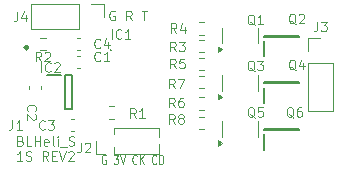
<source format=gbr>
%TF.GenerationSoftware,KiCad,Pcbnew,8.0.4-8.0.4-0~ubuntu20.04.1*%
%TF.CreationDate,2024-08-22T16:05:33+09:00*%
%TF.ProjectId,pcb_blheli_s,7063625f-626c-4686-956c-695f732e6b69,rev?*%
%TF.SameCoordinates,Original*%
%TF.FileFunction,Legend,Top*%
%TF.FilePolarity,Positive*%
%FSLAX46Y46*%
G04 Gerber Fmt 4.6, Leading zero omitted, Abs format (unit mm)*
G04 Created by KiCad (PCBNEW 8.0.4-8.0.4-0~ubuntu20.04.1) date 2024-08-22 16:05:33*
%MOMM*%
%LPD*%
G01*
G04 APERTURE LIST*
%ADD10C,0.100000*%
%ADD11C,0.120000*%
%ADD12C,0.250000*%
%ADD13C,0.200000*%
G04 APERTURE END LIST*
D10*
X121922931Y-109834990D02*
X121865789Y-109796895D01*
X121865789Y-109796895D02*
X121780074Y-109796895D01*
X121780074Y-109796895D02*
X121694360Y-109834990D01*
X121694360Y-109834990D02*
X121637217Y-109911180D01*
X121637217Y-109911180D02*
X121608646Y-109987371D01*
X121608646Y-109987371D02*
X121580074Y-110139752D01*
X121580074Y-110139752D02*
X121580074Y-110254038D01*
X121580074Y-110254038D02*
X121608646Y-110406419D01*
X121608646Y-110406419D02*
X121637217Y-110482609D01*
X121637217Y-110482609D02*
X121694360Y-110558800D01*
X121694360Y-110558800D02*
X121780074Y-110596895D01*
X121780074Y-110596895D02*
X121837217Y-110596895D01*
X121837217Y-110596895D02*
X121922931Y-110558800D01*
X121922931Y-110558800D02*
X121951503Y-110520704D01*
X121951503Y-110520704D02*
X121951503Y-110254038D01*
X121951503Y-110254038D02*
X121837217Y-110254038D01*
X122608646Y-109796895D02*
X122980074Y-109796895D01*
X122980074Y-109796895D02*
X122780074Y-110101657D01*
X122780074Y-110101657D02*
X122865789Y-110101657D01*
X122865789Y-110101657D02*
X122922932Y-110139752D01*
X122922932Y-110139752D02*
X122951503Y-110177847D01*
X122951503Y-110177847D02*
X122980074Y-110254038D01*
X122980074Y-110254038D02*
X122980074Y-110444514D01*
X122980074Y-110444514D02*
X122951503Y-110520704D01*
X122951503Y-110520704D02*
X122922932Y-110558800D01*
X122922932Y-110558800D02*
X122865789Y-110596895D01*
X122865789Y-110596895D02*
X122694360Y-110596895D01*
X122694360Y-110596895D02*
X122637217Y-110558800D01*
X122637217Y-110558800D02*
X122608646Y-110520704D01*
X123151503Y-109796895D02*
X123351503Y-110596895D01*
X123351503Y-110596895D02*
X123551503Y-109796895D01*
X124551504Y-110520704D02*
X124522932Y-110558800D01*
X124522932Y-110558800D02*
X124437218Y-110596895D01*
X124437218Y-110596895D02*
X124380075Y-110596895D01*
X124380075Y-110596895D02*
X124294361Y-110558800D01*
X124294361Y-110558800D02*
X124237218Y-110482609D01*
X124237218Y-110482609D02*
X124208647Y-110406419D01*
X124208647Y-110406419D02*
X124180075Y-110254038D01*
X124180075Y-110254038D02*
X124180075Y-110139752D01*
X124180075Y-110139752D02*
X124208647Y-109987371D01*
X124208647Y-109987371D02*
X124237218Y-109911180D01*
X124237218Y-109911180D02*
X124294361Y-109834990D01*
X124294361Y-109834990D02*
X124380075Y-109796895D01*
X124380075Y-109796895D02*
X124437218Y-109796895D01*
X124437218Y-109796895D02*
X124522932Y-109834990D01*
X124522932Y-109834990D02*
X124551504Y-109873085D01*
X124808647Y-110596895D02*
X124808647Y-109796895D01*
X125151504Y-110596895D02*
X124894361Y-110139752D01*
X125151504Y-109796895D02*
X124808647Y-110254038D01*
X126208647Y-110520704D02*
X126180075Y-110558800D01*
X126180075Y-110558800D02*
X126094361Y-110596895D01*
X126094361Y-110596895D02*
X126037218Y-110596895D01*
X126037218Y-110596895D02*
X125951504Y-110558800D01*
X125951504Y-110558800D02*
X125894361Y-110482609D01*
X125894361Y-110482609D02*
X125865790Y-110406419D01*
X125865790Y-110406419D02*
X125837218Y-110254038D01*
X125837218Y-110254038D02*
X125837218Y-110139752D01*
X125837218Y-110139752D02*
X125865790Y-109987371D01*
X125865790Y-109987371D02*
X125894361Y-109911180D01*
X125894361Y-109911180D02*
X125951504Y-109834990D01*
X125951504Y-109834990D02*
X126037218Y-109796895D01*
X126037218Y-109796895D02*
X126094361Y-109796895D01*
X126094361Y-109796895D02*
X126180075Y-109834990D01*
X126180075Y-109834990D02*
X126208647Y-109873085D01*
X126465790Y-110596895D02*
X126465790Y-109796895D01*
X126465790Y-109796895D02*
X126608647Y-109796895D01*
X126608647Y-109796895D02*
X126694361Y-109834990D01*
X126694361Y-109834990D02*
X126751504Y-109911180D01*
X126751504Y-109911180D02*
X126780075Y-109987371D01*
X126780075Y-109987371D02*
X126808647Y-110139752D01*
X126808647Y-110139752D02*
X126808647Y-110254038D01*
X126808647Y-110254038D02*
X126780075Y-110406419D01*
X126780075Y-110406419D02*
X126751504Y-110482609D01*
X126751504Y-110482609D02*
X126694361Y-110558800D01*
X126694361Y-110558800D02*
X126608647Y-110596895D01*
X126608647Y-110596895D02*
X126465790Y-110596895D01*
X122675312Y-97634990D02*
X122599122Y-97596895D01*
X122599122Y-97596895D02*
X122484836Y-97596895D01*
X122484836Y-97596895D02*
X122370550Y-97634990D01*
X122370550Y-97634990D02*
X122294360Y-97711180D01*
X122294360Y-97711180D02*
X122256265Y-97787371D01*
X122256265Y-97787371D02*
X122218169Y-97939752D01*
X122218169Y-97939752D02*
X122218169Y-98054038D01*
X122218169Y-98054038D02*
X122256265Y-98206419D01*
X122256265Y-98206419D02*
X122294360Y-98282609D01*
X122294360Y-98282609D02*
X122370550Y-98358800D01*
X122370550Y-98358800D02*
X122484836Y-98396895D01*
X122484836Y-98396895D02*
X122561027Y-98396895D01*
X122561027Y-98396895D02*
X122675312Y-98358800D01*
X122675312Y-98358800D02*
X122713408Y-98320704D01*
X122713408Y-98320704D02*
X122713408Y-98054038D01*
X122713408Y-98054038D02*
X122561027Y-98054038D01*
X124122932Y-98396895D02*
X123856265Y-98015942D01*
X123665789Y-98396895D02*
X123665789Y-97596895D01*
X123665789Y-97596895D02*
X123970551Y-97596895D01*
X123970551Y-97596895D02*
X124046741Y-97634990D01*
X124046741Y-97634990D02*
X124084836Y-97673085D01*
X124084836Y-97673085D02*
X124122932Y-97749276D01*
X124122932Y-97749276D02*
X124122932Y-97863561D01*
X124122932Y-97863561D02*
X124084836Y-97939752D01*
X124084836Y-97939752D02*
X124046741Y-97977847D01*
X124046741Y-97977847D02*
X123970551Y-98015942D01*
X123970551Y-98015942D02*
X123665789Y-98015942D01*
X124961027Y-97596895D02*
X125418170Y-97596895D01*
X125189598Y-98396895D02*
X125189598Y-97596895D01*
X114722931Y-108589892D02*
X114837217Y-108627987D01*
X114837217Y-108627987D02*
X114875312Y-108666083D01*
X114875312Y-108666083D02*
X114913408Y-108742273D01*
X114913408Y-108742273D02*
X114913408Y-108856559D01*
X114913408Y-108856559D02*
X114875312Y-108932749D01*
X114875312Y-108932749D02*
X114837217Y-108970845D01*
X114837217Y-108970845D02*
X114761027Y-109008940D01*
X114761027Y-109008940D02*
X114456265Y-109008940D01*
X114456265Y-109008940D02*
X114456265Y-108208940D01*
X114456265Y-108208940D02*
X114722931Y-108208940D01*
X114722931Y-108208940D02*
X114799122Y-108247035D01*
X114799122Y-108247035D02*
X114837217Y-108285130D01*
X114837217Y-108285130D02*
X114875312Y-108361321D01*
X114875312Y-108361321D02*
X114875312Y-108437511D01*
X114875312Y-108437511D02*
X114837217Y-108513702D01*
X114837217Y-108513702D02*
X114799122Y-108551797D01*
X114799122Y-108551797D02*
X114722931Y-108589892D01*
X114722931Y-108589892D02*
X114456265Y-108589892D01*
X115637217Y-109008940D02*
X115256265Y-109008940D01*
X115256265Y-109008940D02*
X115256265Y-108208940D01*
X115903884Y-109008940D02*
X115903884Y-108208940D01*
X115903884Y-108589892D02*
X116361027Y-108589892D01*
X116361027Y-109008940D02*
X116361027Y-108208940D01*
X117046741Y-108970845D02*
X116970550Y-109008940D01*
X116970550Y-109008940D02*
X116818169Y-109008940D01*
X116818169Y-109008940D02*
X116741979Y-108970845D01*
X116741979Y-108970845D02*
X116703883Y-108894654D01*
X116703883Y-108894654D02*
X116703883Y-108589892D01*
X116703883Y-108589892D02*
X116741979Y-108513702D01*
X116741979Y-108513702D02*
X116818169Y-108475606D01*
X116818169Y-108475606D02*
X116970550Y-108475606D01*
X116970550Y-108475606D02*
X117046741Y-108513702D01*
X117046741Y-108513702D02*
X117084836Y-108589892D01*
X117084836Y-108589892D02*
X117084836Y-108666083D01*
X117084836Y-108666083D02*
X116703883Y-108742273D01*
X117541978Y-109008940D02*
X117465788Y-108970845D01*
X117465788Y-108970845D02*
X117427693Y-108894654D01*
X117427693Y-108894654D02*
X117427693Y-108208940D01*
X117846741Y-109008940D02*
X117846741Y-108475606D01*
X117846741Y-108208940D02*
X117808645Y-108247035D01*
X117808645Y-108247035D02*
X117846741Y-108285130D01*
X117846741Y-108285130D02*
X117884836Y-108247035D01*
X117884836Y-108247035D02*
X117846741Y-108208940D01*
X117846741Y-108208940D02*
X117846741Y-108285130D01*
X118037217Y-109085130D02*
X118646740Y-109085130D01*
X118799121Y-108970845D02*
X118913407Y-109008940D01*
X118913407Y-109008940D02*
X119103883Y-109008940D01*
X119103883Y-109008940D02*
X119180074Y-108970845D01*
X119180074Y-108970845D02*
X119218169Y-108932749D01*
X119218169Y-108932749D02*
X119256264Y-108856559D01*
X119256264Y-108856559D02*
X119256264Y-108780368D01*
X119256264Y-108780368D02*
X119218169Y-108704178D01*
X119218169Y-108704178D02*
X119180074Y-108666083D01*
X119180074Y-108666083D02*
X119103883Y-108627987D01*
X119103883Y-108627987D02*
X118951502Y-108589892D01*
X118951502Y-108589892D02*
X118875312Y-108551797D01*
X118875312Y-108551797D02*
X118837217Y-108513702D01*
X118837217Y-108513702D02*
X118799121Y-108437511D01*
X118799121Y-108437511D02*
X118799121Y-108361321D01*
X118799121Y-108361321D02*
X118837217Y-108285130D01*
X118837217Y-108285130D02*
X118875312Y-108247035D01*
X118875312Y-108247035D02*
X118951502Y-108208940D01*
X118951502Y-108208940D02*
X119141979Y-108208940D01*
X119141979Y-108208940D02*
X119256264Y-108247035D01*
X114875312Y-110296895D02*
X114418169Y-110296895D01*
X114646741Y-110296895D02*
X114646741Y-109496895D01*
X114646741Y-109496895D02*
X114570550Y-109611180D01*
X114570550Y-109611180D02*
X114494360Y-109687371D01*
X114494360Y-109687371D02*
X114418169Y-109725466D01*
X115180074Y-110258800D02*
X115294360Y-110296895D01*
X115294360Y-110296895D02*
X115484836Y-110296895D01*
X115484836Y-110296895D02*
X115561027Y-110258800D01*
X115561027Y-110258800D02*
X115599122Y-110220704D01*
X115599122Y-110220704D02*
X115637217Y-110144514D01*
X115637217Y-110144514D02*
X115637217Y-110068323D01*
X115637217Y-110068323D02*
X115599122Y-109992133D01*
X115599122Y-109992133D02*
X115561027Y-109954038D01*
X115561027Y-109954038D02*
X115484836Y-109915942D01*
X115484836Y-109915942D02*
X115332455Y-109877847D01*
X115332455Y-109877847D02*
X115256265Y-109839752D01*
X115256265Y-109839752D02*
X115218170Y-109801657D01*
X115218170Y-109801657D02*
X115180074Y-109725466D01*
X115180074Y-109725466D02*
X115180074Y-109649276D01*
X115180074Y-109649276D02*
X115218170Y-109573085D01*
X115218170Y-109573085D02*
X115256265Y-109534990D01*
X115256265Y-109534990D02*
X115332455Y-109496895D01*
X115332455Y-109496895D02*
X115522932Y-109496895D01*
X115522932Y-109496895D02*
X115637217Y-109534990D01*
X117046742Y-110296895D02*
X116780075Y-109915942D01*
X116589599Y-110296895D02*
X116589599Y-109496895D01*
X116589599Y-109496895D02*
X116894361Y-109496895D01*
X116894361Y-109496895D02*
X116970551Y-109534990D01*
X116970551Y-109534990D02*
X117008646Y-109573085D01*
X117008646Y-109573085D02*
X117046742Y-109649276D01*
X117046742Y-109649276D02*
X117046742Y-109763561D01*
X117046742Y-109763561D02*
X117008646Y-109839752D01*
X117008646Y-109839752D02*
X116970551Y-109877847D01*
X116970551Y-109877847D02*
X116894361Y-109915942D01*
X116894361Y-109915942D02*
X116589599Y-109915942D01*
X117389599Y-109877847D02*
X117656265Y-109877847D01*
X117770551Y-110296895D02*
X117389599Y-110296895D01*
X117389599Y-110296895D02*
X117389599Y-109496895D01*
X117389599Y-109496895D02*
X117770551Y-109496895D01*
X117999123Y-109496895D02*
X118265790Y-110296895D01*
X118265790Y-110296895D02*
X118532456Y-109496895D01*
X118761027Y-109573085D02*
X118799123Y-109534990D01*
X118799123Y-109534990D02*
X118875313Y-109496895D01*
X118875313Y-109496895D02*
X119065789Y-109496895D01*
X119065789Y-109496895D02*
X119141980Y-109534990D01*
X119141980Y-109534990D02*
X119180075Y-109573085D01*
X119180075Y-109573085D02*
X119218170Y-109649276D01*
X119218170Y-109649276D02*
X119218170Y-109725466D01*
X119218170Y-109725466D02*
X119180075Y-109839752D01*
X119180075Y-109839752D02*
X118722932Y-110296895D01*
X118722932Y-110296895D02*
X119218170Y-110296895D01*
D11*
X121466667Y-100687664D02*
X121428571Y-100725760D01*
X121428571Y-100725760D02*
X121314286Y-100763855D01*
X121314286Y-100763855D02*
X121238095Y-100763855D01*
X121238095Y-100763855D02*
X121123809Y-100725760D01*
X121123809Y-100725760D02*
X121047619Y-100649569D01*
X121047619Y-100649569D02*
X121009524Y-100573379D01*
X121009524Y-100573379D02*
X120971428Y-100420998D01*
X120971428Y-100420998D02*
X120971428Y-100306712D01*
X120971428Y-100306712D02*
X121009524Y-100154331D01*
X121009524Y-100154331D02*
X121047619Y-100078140D01*
X121047619Y-100078140D02*
X121123809Y-100001950D01*
X121123809Y-100001950D02*
X121238095Y-99963855D01*
X121238095Y-99963855D02*
X121314286Y-99963855D01*
X121314286Y-99963855D02*
X121428571Y-100001950D01*
X121428571Y-100001950D02*
X121466667Y-100040045D01*
X122152381Y-100230521D02*
X122152381Y-100763855D01*
X121961905Y-99925760D02*
X121771428Y-100497188D01*
X121771428Y-100497188D02*
X122266667Y-100497188D01*
X114029833Y-106873855D02*
X114029833Y-107445283D01*
X114029833Y-107445283D02*
X113991738Y-107559569D01*
X113991738Y-107559569D02*
X113915547Y-107635760D01*
X113915547Y-107635760D02*
X113801262Y-107673855D01*
X113801262Y-107673855D02*
X113725071Y-107673855D01*
X114829833Y-107673855D02*
X114372690Y-107673855D01*
X114601262Y-107673855D02*
X114601262Y-106873855D01*
X114601262Y-106873855D02*
X114525071Y-106988140D01*
X114525071Y-106988140D02*
X114448881Y-107064331D01*
X114448881Y-107064331D02*
X114372690Y-107102426D01*
X127766667Y-105763855D02*
X127500000Y-105382902D01*
X127309524Y-105763855D02*
X127309524Y-104963855D01*
X127309524Y-104963855D02*
X127614286Y-104963855D01*
X127614286Y-104963855D02*
X127690476Y-105001950D01*
X127690476Y-105001950D02*
X127728571Y-105040045D01*
X127728571Y-105040045D02*
X127766667Y-105116236D01*
X127766667Y-105116236D02*
X127766667Y-105230521D01*
X127766667Y-105230521D02*
X127728571Y-105306712D01*
X127728571Y-105306712D02*
X127690476Y-105344807D01*
X127690476Y-105344807D02*
X127614286Y-105382902D01*
X127614286Y-105382902D02*
X127309524Y-105382902D01*
X128452381Y-104963855D02*
X128300000Y-104963855D01*
X128300000Y-104963855D02*
X128223809Y-105001950D01*
X128223809Y-105001950D02*
X128185714Y-105040045D01*
X128185714Y-105040045D02*
X128109524Y-105154331D01*
X128109524Y-105154331D02*
X128071428Y-105306712D01*
X128071428Y-105306712D02*
X128071428Y-105611474D01*
X128071428Y-105611474D02*
X128109524Y-105687664D01*
X128109524Y-105687664D02*
X128147619Y-105725760D01*
X128147619Y-105725760D02*
X128223809Y-105763855D01*
X128223809Y-105763855D02*
X128376190Y-105763855D01*
X128376190Y-105763855D02*
X128452381Y-105725760D01*
X128452381Y-105725760D02*
X128490476Y-105687664D01*
X128490476Y-105687664D02*
X128528571Y-105611474D01*
X128528571Y-105611474D02*
X128528571Y-105420998D01*
X128528571Y-105420998D02*
X128490476Y-105344807D01*
X128490476Y-105344807D02*
X128452381Y-105306712D01*
X128452381Y-105306712D02*
X128376190Y-105268617D01*
X128376190Y-105268617D02*
X128223809Y-105268617D01*
X128223809Y-105268617D02*
X128147619Y-105306712D01*
X128147619Y-105306712D02*
X128109524Y-105344807D01*
X128109524Y-105344807D02*
X128071428Y-105420998D01*
X127766667Y-107163855D02*
X127500000Y-106782902D01*
X127309524Y-107163855D02*
X127309524Y-106363855D01*
X127309524Y-106363855D02*
X127614286Y-106363855D01*
X127614286Y-106363855D02*
X127690476Y-106401950D01*
X127690476Y-106401950D02*
X127728571Y-106440045D01*
X127728571Y-106440045D02*
X127766667Y-106516236D01*
X127766667Y-106516236D02*
X127766667Y-106630521D01*
X127766667Y-106630521D02*
X127728571Y-106706712D01*
X127728571Y-106706712D02*
X127690476Y-106744807D01*
X127690476Y-106744807D02*
X127614286Y-106782902D01*
X127614286Y-106782902D02*
X127309524Y-106782902D01*
X128223809Y-106706712D02*
X128147619Y-106668617D01*
X128147619Y-106668617D02*
X128109524Y-106630521D01*
X128109524Y-106630521D02*
X128071428Y-106554331D01*
X128071428Y-106554331D02*
X128071428Y-106516236D01*
X128071428Y-106516236D02*
X128109524Y-106440045D01*
X128109524Y-106440045D02*
X128147619Y-106401950D01*
X128147619Y-106401950D02*
X128223809Y-106363855D01*
X128223809Y-106363855D02*
X128376190Y-106363855D01*
X128376190Y-106363855D02*
X128452381Y-106401950D01*
X128452381Y-106401950D02*
X128490476Y-106440045D01*
X128490476Y-106440045D02*
X128528571Y-106516236D01*
X128528571Y-106516236D02*
X128528571Y-106554331D01*
X128528571Y-106554331D02*
X128490476Y-106630521D01*
X128490476Y-106630521D02*
X128452381Y-106668617D01*
X128452381Y-106668617D02*
X128376190Y-106706712D01*
X128376190Y-106706712D02*
X128223809Y-106706712D01*
X128223809Y-106706712D02*
X128147619Y-106744807D01*
X128147619Y-106744807D02*
X128109524Y-106782902D01*
X128109524Y-106782902D02*
X128071428Y-106859093D01*
X128071428Y-106859093D02*
X128071428Y-107011474D01*
X128071428Y-107011474D02*
X128109524Y-107087664D01*
X128109524Y-107087664D02*
X128147619Y-107125760D01*
X128147619Y-107125760D02*
X128223809Y-107163855D01*
X128223809Y-107163855D02*
X128376190Y-107163855D01*
X128376190Y-107163855D02*
X128452381Y-107125760D01*
X128452381Y-107125760D02*
X128490476Y-107087664D01*
X128490476Y-107087664D02*
X128528571Y-107011474D01*
X128528571Y-107011474D02*
X128528571Y-106859093D01*
X128528571Y-106859093D02*
X128490476Y-106782902D01*
X128490476Y-106782902D02*
X128452381Y-106744807D01*
X128452381Y-106744807D02*
X128376190Y-106706712D01*
X138023809Y-98740045D02*
X137947619Y-98701950D01*
X137947619Y-98701950D02*
X137871428Y-98625760D01*
X137871428Y-98625760D02*
X137757142Y-98511474D01*
X137757142Y-98511474D02*
X137680952Y-98473379D01*
X137680952Y-98473379D02*
X137604761Y-98473379D01*
X137642857Y-98663855D02*
X137566666Y-98625760D01*
X137566666Y-98625760D02*
X137490476Y-98549569D01*
X137490476Y-98549569D02*
X137452380Y-98397188D01*
X137452380Y-98397188D02*
X137452380Y-98130521D01*
X137452380Y-98130521D02*
X137490476Y-97978140D01*
X137490476Y-97978140D02*
X137566666Y-97901950D01*
X137566666Y-97901950D02*
X137642857Y-97863855D01*
X137642857Y-97863855D02*
X137795238Y-97863855D01*
X137795238Y-97863855D02*
X137871428Y-97901950D01*
X137871428Y-97901950D02*
X137947619Y-97978140D01*
X137947619Y-97978140D02*
X137985714Y-98130521D01*
X137985714Y-98130521D02*
X137985714Y-98397188D01*
X137985714Y-98397188D02*
X137947619Y-98549569D01*
X137947619Y-98549569D02*
X137871428Y-98625760D01*
X137871428Y-98625760D02*
X137795238Y-98663855D01*
X137795238Y-98663855D02*
X137642857Y-98663855D01*
X138290475Y-97940045D02*
X138328571Y-97901950D01*
X138328571Y-97901950D02*
X138404761Y-97863855D01*
X138404761Y-97863855D02*
X138595237Y-97863855D01*
X138595237Y-97863855D02*
X138671428Y-97901950D01*
X138671428Y-97901950D02*
X138709523Y-97940045D01*
X138709523Y-97940045D02*
X138747618Y-98016236D01*
X138747618Y-98016236D02*
X138747618Y-98092426D01*
X138747618Y-98092426D02*
X138709523Y-98206712D01*
X138709523Y-98206712D02*
X138252380Y-98663855D01*
X138252380Y-98663855D02*
X138747618Y-98663855D01*
X115312335Y-106066667D02*
X115274240Y-106028571D01*
X115274240Y-106028571D02*
X115236144Y-105914286D01*
X115236144Y-105914286D02*
X115236144Y-105838095D01*
X115236144Y-105838095D02*
X115274240Y-105723809D01*
X115274240Y-105723809D02*
X115350430Y-105647619D01*
X115350430Y-105647619D02*
X115426620Y-105609524D01*
X115426620Y-105609524D02*
X115579001Y-105571428D01*
X115579001Y-105571428D02*
X115693287Y-105571428D01*
X115693287Y-105571428D02*
X115845668Y-105609524D01*
X115845668Y-105609524D02*
X115921859Y-105647619D01*
X115921859Y-105647619D02*
X115998049Y-105723809D01*
X115998049Y-105723809D02*
X116036144Y-105838095D01*
X116036144Y-105838095D02*
X116036144Y-105914286D01*
X116036144Y-105914286D02*
X115998049Y-106028571D01*
X115998049Y-106028571D02*
X115959954Y-106066667D01*
X115959954Y-106371428D02*
X115998049Y-106409524D01*
X115998049Y-106409524D02*
X116036144Y-106485714D01*
X116036144Y-106485714D02*
X116036144Y-106676190D01*
X116036144Y-106676190D02*
X115998049Y-106752381D01*
X115998049Y-106752381D02*
X115959954Y-106790476D01*
X115959954Y-106790476D02*
X115883763Y-106828571D01*
X115883763Y-106828571D02*
X115807573Y-106828571D01*
X115807573Y-106828571D02*
X115693287Y-106790476D01*
X115693287Y-106790476D02*
X115236144Y-106333333D01*
X115236144Y-106333333D02*
X115236144Y-106828571D01*
X121466667Y-101787664D02*
X121428571Y-101825760D01*
X121428571Y-101825760D02*
X121314286Y-101863855D01*
X121314286Y-101863855D02*
X121238095Y-101863855D01*
X121238095Y-101863855D02*
X121123809Y-101825760D01*
X121123809Y-101825760D02*
X121047619Y-101749569D01*
X121047619Y-101749569D02*
X121009524Y-101673379D01*
X121009524Y-101673379D02*
X120971428Y-101520998D01*
X120971428Y-101520998D02*
X120971428Y-101406712D01*
X120971428Y-101406712D02*
X121009524Y-101254331D01*
X121009524Y-101254331D02*
X121047619Y-101178140D01*
X121047619Y-101178140D02*
X121123809Y-101101950D01*
X121123809Y-101101950D02*
X121238095Y-101063855D01*
X121238095Y-101063855D02*
X121314286Y-101063855D01*
X121314286Y-101063855D02*
X121428571Y-101101950D01*
X121428571Y-101101950D02*
X121466667Y-101140045D01*
X122228571Y-101863855D02*
X121771428Y-101863855D01*
X122000000Y-101863855D02*
X122000000Y-101063855D01*
X122000000Y-101063855D02*
X121923809Y-101178140D01*
X121923809Y-101178140D02*
X121847619Y-101254331D01*
X121847619Y-101254331D02*
X121771428Y-101292426D01*
X116766667Y-107587664D02*
X116728571Y-107625760D01*
X116728571Y-107625760D02*
X116614286Y-107663855D01*
X116614286Y-107663855D02*
X116538095Y-107663855D01*
X116538095Y-107663855D02*
X116423809Y-107625760D01*
X116423809Y-107625760D02*
X116347619Y-107549569D01*
X116347619Y-107549569D02*
X116309524Y-107473379D01*
X116309524Y-107473379D02*
X116271428Y-107320998D01*
X116271428Y-107320998D02*
X116271428Y-107206712D01*
X116271428Y-107206712D02*
X116309524Y-107054331D01*
X116309524Y-107054331D02*
X116347619Y-106978140D01*
X116347619Y-106978140D02*
X116423809Y-106901950D01*
X116423809Y-106901950D02*
X116538095Y-106863855D01*
X116538095Y-106863855D02*
X116614286Y-106863855D01*
X116614286Y-106863855D02*
X116728571Y-106901950D01*
X116728571Y-106901950D02*
X116766667Y-106940045D01*
X117033333Y-106863855D02*
X117528571Y-106863855D01*
X117528571Y-106863855D02*
X117261905Y-107168617D01*
X117261905Y-107168617D02*
X117376190Y-107168617D01*
X117376190Y-107168617D02*
X117452381Y-107206712D01*
X117452381Y-107206712D02*
X117490476Y-107244807D01*
X117490476Y-107244807D02*
X117528571Y-107320998D01*
X117528571Y-107320998D02*
X117528571Y-107511474D01*
X117528571Y-107511474D02*
X117490476Y-107587664D01*
X117490476Y-107587664D02*
X117452381Y-107625760D01*
X117452381Y-107625760D02*
X117376190Y-107663855D01*
X117376190Y-107663855D02*
X117147619Y-107663855D01*
X117147619Y-107663855D02*
X117071428Y-107625760D01*
X117071428Y-107625760D02*
X117033333Y-107587664D01*
X122419048Y-99963855D02*
X122419048Y-99163855D01*
X123257143Y-99887664D02*
X123219047Y-99925760D01*
X123219047Y-99925760D02*
X123104762Y-99963855D01*
X123104762Y-99963855D02*
X123028571Y-99963855D01*
X123028571Y-99963855D02*
X122914285Y-99925760D01*
X122914285Y-99925760D02*
X122838095Y-99849569D01*
X122838095Y-99849569D02*
X122800000Y-99773379D01*
X122800000Y-99773379D02*
X122761904Y-99620998D01*
X122761904Y-99620998D02*
X122761904Y-99506712D01*
X122761904Y-99506712D02*
X122800000Y-99354331D01*
X122800000Y-99354331D02*
X122838095Y-99278140D01*
X122838095Y-99278140D02*
X122914285Y-99201950D01*
X122914285Y-99201950D02*
X123028571Y-99163855D01*
X123028571Y-99163855D02*
X123104762Y-99163855D01*
X123104762Y-99163855D02*
X123219047Y-99201950D01*
X123219047Y-99201950D02*
X123257143Y-99240045D01*
X124019047Y-99963855D02*
X123561904Y-99963855D01*
X123790476Y-99963855D02*
X123790476Y-99163855D01*
X123790476Y-99163855D02*
X123714285Y-99278140D01*
X123714285Y-99278140D02*
X123638095Y-99354331D01*
X123638095Y-99354331D02*
X123561904Y-99392426D01*
X127866667Y-101013855D02*
X127600000Y-100632902D01*
X127409524Y-101013855D02*
X127409524Y-100213855D01*
X127409524Y-100213855D02*
X127714286Y-100213855D01*
X127714286Y-100213855D02*
X127790476Y-100251950D01*
X127790476Y-100251950D02*
X127828571Y-100290045D01*
X127828571Y-100290045D02*
X127866667Y-100366236D01*
X127866667Y-100366236D02*
X127866667Y-100480521D01*
X127866667Y-100480521D02*
X127828571Y-100556712D01*
X127828571Y-100556712D02*
X127790476Y-100594807D01*
X127790476Y-100594807D02*
X127714286Y-100632902D01*
X127714286Y-100632902D02*
X127409524Y-100632902D01*
X128133333Y-100213855D02*
X128628571Y-100213855D01*
X128628571Y-100213855D02*
X128361905Y-100518617D01*
X128361905Y-100518617D02*
X128476190Y-100518617D01*
X128476190Y-100518617D02*
X128552381Y-100556712D01*
X128552381Y-100556712D02*
X128590476Y-100594807D01*
X128590476Y-100594807D02*
X128628571Y-100670998D01*
X128628571Y-100670998D02*
X128628571Y-100861474D01*
X128628571Y-100861474D02*
X128590476Y-100937664D01*
X128590476Y-100937664D02*
X128552381Y-100975760D01*
X128552381Y-100975760D02*
X128476190Y-101013855D01*
X128476190Y-101013855D02*
X128247619Y-101013855D01*
X128247619Y-101013855D02*
X128171428Y-100975760D01*
X128171428Y-100975760D02*
X128133333Y-100937664D01*
X127866667Y-102463855D02*
X127600000Y-102082902D01*
X127409524Y-102463855D02*
X127409524Y-101663855D01*
X127409524Y-101663855D02*
X127714286Y-101663855D01*
X127714286Y-101663855D02*
X127790476Y-101701950D01*
X127790476Y-101701950D02*
X127828571Y-101740045D01*
X127828571Y-101740045D02*
X127866667Y-101816236D01*
X127866667Y-101816236D02*
X127866667Y-101930521D01*
X127866667Y-101930521D02*
X127828571Y-102006712D01*
X127828571Y-102006712D02*
X127790476Y-102044807D01*
X127790476Y-102044807D02*
X127714286Y-102082902D01*
X127714286Y-102082902D02*
X127409524Y-102082902D01*
X128590476Y-101663855D02*
X128209524Y-101663855D01*
X128209524Y-101663855D02*
X128171428Y-102044807D01*
X128171428Y-102044807D02*
X128209524Y-102006712D01*
X128209524Y-102006712D02*
X128285714Y-101968617D01*
X128285714Y-101968617D02*
X128476190Y-101968617D01*
X128476190Y-101968617D02*
X128552381Y-102006712D01*
X128552381Y-102006712D02*
X128590476Y-102044807D01*
X128590476Y-102044807D02*
X128628571Y-102120998D01*
X128628571Y-102120998D02*
X128628571Y-102311474D01*
X128628571Y-102311474D02*
X128590476Y-102387664D01*
X128590476Y-102387664D02*
X128552381Y-102425760D01*
X128552381Y-102425760D02*
X128476190Y-102463855D01*
X128476190Y-102463855D02*
X128285714Y-102463855D01*
X128285714Y-102463855D02*
X128209524Y-102425760D01*
X128209524Y-102425760D02*
X128171428Y-102387664D01*
X116419048Y-102763855D02*
X116419048Y-101963855D01*
X117257143Y-102687664D02*
X117219047Y-102725760D01*
X117219047Y-102725760D02*
X117104762Y-102763855D01*
X117104762Y-102763855D02*
X117028571Y-102763855D01*
X117028571Y-102763855D02*
X116914285Y-102725760D01*
X116914285Y-102725760D02*
X116838095Y-102649569D01*
X116838095Y-102649569D02*
X116800000Y-102573379D01*
X116800000Y-102573379D02*
X116761904Y-102420998D01*
X116761904Y-102420998D02*
X116761904Y-102306712D01*
X116761904Y-102306712D02*
X116800000Y-102154331D01*
X116800000Y-102154331D02*
X116838095Y-102078140D01*
X116838095Y-102078140D02*
X116914285Y-102001950D01*
X116914285Y-102001950D02*
X117028571Y-101963855D01*
X117028571Y-101963855D02*
X117104762Y-101963855D01*
X117104762Y-101963855D02*
X117219047Y-102001950D01*
X117219047Y-102001950D02*
X117257143Y-102040045D01*
X117561904Y-102040045D02*
X117600000Y-102001950D01*
X117600000Y-102001950D02*
X117676190Y-101963855D01*
X117676190Y-101963855D02*
X117866666Y-101963855D01*
X117866666Y-101963855D02*
X117942857Y-102001950D01*
X117942857Y-102001950D02*
X117980952Y-102040045D01*
X117980952Y-102040045D02*
X118019047Y-102116236D01*
X118019047Y-102116236D02*
X118019047Y-102192426D01*
X118019047Y-102192426D02*
X117980952Y-102306712D01*
X117980952Y-102306712D02*
X117523809Y-102763855D01*
X117523809Y-102763855D02*
X118019047Y-102763855D01*
X127766667Y-104163855D02*
X127500000Y-103782902D01*
X127309524Y-104163855D02*
X127309524Y-103363855D01*
X127309524Y-103363855D02*
X127614286Y-103363855D01*
X127614286Y-103363855D02*
X127690476Y-103401950D01*
X127690476Y-103401950D02*
X127728571Y-103440045D01*
X127728571Y-103440045D02*
X127766667Y-103516236D01*
X127766667Y-103516236D02*
X127766667Y-103630521D01*
X127766667Y-103630521D02*
X127728571Y-103706712D01*
X127728571Y-103706712D02*
X127690476Y-103744807D01*
X127690476Y-103744807D02*
X127614286Y-103782902D01*
X127614286Y-103782902D02*
X127309524Y-103782902D01*
X128033333Y-103363855D02*
X128566667Y-103363855D01*
X128566667Y-103363855D02*
X128223809Y-104163855D01*
X119833333Y-108763855D02*
X119833333Y-109335283D01*
X119833333Y-109335283D02*
X119795238Y-109449569D01*
X119795238Y-109449569D02*
X119719047Y-109525760D01*
X119719047Y-109525760D02*
X119604762Y-109563855D01*
X119604762Y-109563855D02*
X119528571Y-109563855D01*
X120176190Y-108840045D02*
X120214286Y-108801950D01*
X120214286Y-108801950D02*
X120290476Y-108763855D01*
X120290476Y-108763855D02*
X120480952Y-108763855D01*
X120480952Y-108763855D02*
X120557143Y-108801950D01*
X120557143Y-108801950D02*
X120595238Y-108840045D01*
X120595238Y-108840045D02*
X120633333Y-108916236D01*
X120633333Y-108916236D02*
X120633333Y-108992426D01*
X120633333Y-108992426D02*
X120595238Y-109106712D01*
X120595238Y-109106712D02*
X120138095Y-109563855D01*
X120138095Y-109563855D02*
X120633333Y-109563855D01*
X134523809Y-98790045D02*
X134447619Y-98751950D01*
X134447619Y-98751950D02*
X134371428Y-98675760D01*
X134371428Y-98675760D02*
X134257142Y-98561474D01*
X134257142Y-98561474D02*
X134180952Y-98523379D01*
X134180952Y-98523379D02*
X134104761Y-98523379D01*
X134142857Y-98713855D02*
X134066666Y-98675760D01*
X134066666Y-98675760D02*
X133990476Y-98599569D01*
X133990476Y-98599569D02*
X133952380Y-98447188D01*
X133952380Y-98447188D02*
X133952380Y-98180521D01*
X133952380Y-98180521D02*
X133990476Y-98028140D01*
X133990476Y-98028140D02*
X134066666Y-97951950D01*
X134066666Y-97951950D02*
X134142857Y-97913855D01*
X134142857Y-97913855D02*
X134295238Y-97913855D01*
X134295238Y-97913855D02*
X134371428Y-97951950D01*
X134371428Y-97951950D02*
X134447619Y-98028140D01*
X134447619Y-98028140D02*
X134485714Y-98180521D01*
X134485714Y-98180521D02*
X134485714Y-98447188D01*
X134485714Y-98447188D02*
X134447619Y-98599569D01*
X134447619Y-98599569D02*
X134371428Y-98675760D01*
X134371428Y-98675760D02*
X134295238Y-98713855D01*
X134295238Y-98713855D02*
X134142857Y-98713855D01*
X135247618Y-98713855D02*
X134790475Y-98713855D01*
X135019047Y-98713855D02*
X135019047Y-97913855D01*
X135019047Y-97913855D02*
X134942856Y-98028140D01*
X134942856Y-98028140D02*
X134866666Y-98104331D01*
X134866666Y-98104331D02*
X134790475Y-98142426D01*
X138023809Y-102640045D02*
X137947619Y-102601950D01*
X137947619Y-102601950D02*
X137871428Y-102525760D01*
X137871428Y-102525760D02*
X137757142Y-102411474D01*
X137757142Y-102411474D02*
X137680952Y-102373379D01*
X137680952Y-102373379D02*
X137604761Y-102373379D01*
X137642857Y-102563855D02*
X137566666Y-102525760D01*
X137566666Y-102525760D02*
X137490476Y-102449569D01*
X137490476Y-102449569D02*
X137452380Y-102297188D01*
X137452380Y-102297188D02*
X137452380Y-102030521D01*
X137452380Y-102030521D02*
X137490476Y-101878140D01*
X137490476Y-101878140D02*
X137566666Y-101801950D01*
X137566666Y-101801950D02*
X137642857Y-101763855D01*
X137642857Y-101763855D02*
X137795238Y-101763855D01*
X137795238Y-101763855D02*
X137871428Y-101801950D01*
X137871428Y-101801950D02*
X137947619Y-101878140D01*
X137947619Y-101878140D02*
X137985714Y-102030521D01*
X137985714Y-102030521D02*
X137985714Y-102297188D01*
X137985714Y-102297188D02*
X137947619Y-102449569D01*
X137947619Y-102449569D02*
X137871428Y-102525760D01*
X137871428Y-102525760D02*
X137795238Y-102563855D01*
X137795238Y-102563855D02*
X137642857Y-102563855D01*
X138671428Y-102030521D02*
X138671428Y-102563855D01*
X138480952Y-101725760D02*
X138290475Y-102297188D01*
X138290475Y-102297188D02*
X138785714Y-102297188D01*
X139833333Y-98503855D02*
X139833333Y-99075283D01*
X139833333Y-99075283D02*
X139795238Y-99189569D01*
X139795238Y-99189569D02*
X139719047Y-99265760D01*
X139719047Y-99265760D02*
X139604762Y-99303855D01*
X139604762Y-99303855D02*
X139528571Y-99303855D01*
X140138095Y-98503855D02*
X140633333Y-98503855D01*
X140633333Y-98503855D02*
X140366667Y-98808617D01*
X140366667Y-98808617D02*
X140480952Y-98808617D01*
X140480952Y-98808617D02*
X140557143Y-98846712D01*
X140557143Y-98846712D02*
X140595238Y-98884807D01*
X140595238Y-98884807D02*
X140633333Y-98960998D01*
X140633333Y-98960998D02*
X140633333Y-99151474D01*
X140633333Y-99151474D02*
X140595238Y-99227664D01*
X140595238Y-99227664D02*
X140557143Y-99265760D01*
X140557143Y-99265760D02*
X140480952Y-99303855D01*
X140480952Y-99303855D02*
X140252381Y-99303855D01*
X140252381Y-99303855D02*
X140176190Y-99265760D01*
X140176190Y-99265760D02*
X140138095Y-99227664D01*
X134523809Y-102690045D02*
X134447619Y-102651950D01*
X134447619Y-102651950D02*
X134371428Y-102575760D01*
X134371428Y-102575760D02*
X134257142Y-102461474D01*
X134257142Y-102461474D02*
X134180952Y-102423379D01*
X134180952Y-102423379D02*
X134104761Y-102423379D01*
X134142857Y-102613855D02*
X134066666Y-102575760D01*
X134066666Y-102575760D02*
X133990476Y-102499569D01*
X133990476Y-102499569D02*
X133952380Y-102347188D01*
X133952380Y-102347188D02*
X133952380Y-102080521D01*
X133952380Y-102080521D02*
X133990476Y-101928140D01*
X133990476Y-101928140D02*
X134066666Y-101851950D01*
X134066666Y-101851950D02*
X134142857Y-101813855D01*
X134142857Y-101813855D02*
X134295238Y-101813855D01*
X134295238Y-101813855D02*
X134371428Y-101851950D01*
X134371428Y-101851950D02*
X134447619Y-101928140D01*
X134447619Y-101928140D02*
X134485714Y-102080521D01*
X134485714Y-102080521D02*
X134485714Y-102347188D01*
X134485714Y-102347188D02*
X134447619Y-102499569D01*
X134447619Y-102499569D02*
X134371428Y-102575760D01*
X134371428Y-102575760D02*
X134295238Y-102613855D01*
X134295238Y-102613855D02*
X134142857Y-102613855D01*
X134752380Y-101813855D02*
X135247618Y-101813855D01*
X135247618Y-101813855D02*
X134980952Y-102118617D01*
X134980952Y-102118617D02*
X135095237Y-102118617D01*
X135095237Y-102118617D02*
X135171428Y-102156712D01*
X135171428Y-102156712D02*
X135209523Y-102194807D01*
X135209523Y-102194807D02*
X135247618Y-102270998D01*
X135247618Y-102270998D02*
X135247618Y-102461474D01*
X135247618Y-102461474D02*
X135209523Y-102537664D01*
X135209523Y-102537664D02*
X135171428Y-102575760D01*
X135171428Y-102575760D02*
X135095237Y-102613855D01*
X135095237Y-102613855D02*
X134866666Y-102613855D01*
X134866666Y-102613855D02*
X134790475Y-102575760D01*
X134790475Y-102575760D02*
X134752380Y-102537664D01*
X127916667Y-99463855D02*
X127650000Y-99082902D01*
X127459524Y-99463855D02*
X127459524Y-98663855D01*
X127459524Y-98663855D02*
X127764286Y-98663855D01*
X127764286Y-98663855D02*
X127840476Y-98701950D01*
X127840476Y-98701950D02*
X127878571Y-98740045D01*
X127878571Y-98740045D02*
X127916667Y-98816236D01*
X127916667Y-98816236D02*
X127916667Y-98930521D01*
X127916667Y-98930521D02*
X127878571Y-99006712D01*
X127878571Y-99006712D02*
X127840476Y-99044807D01*
X127840476Y-99044807D02*
X127764286Y-99082902D01*
X127764286Y-99082902D02*
X127459524Y-99082902D01*
X128602381Y-98930521D02*
X128602381Y-99463855D01*
X128411905Y-98625760D02*
X128221428Y-99197188D01*
X128221428Y-99197188D02*
X128716667Y-99197188D01*
X116466667Y-101863855D02*
X116200000Y-101482902D01*
X116009524Y-101863855D02*
X116009524Y-101063855D01*
X116009524Y-101063855D02*
X116314286Y-101063855D01*
X116314286Y-101063855D02*
X116390476Y-101101950D01*
X116390476Y-101101950D02*
X116428571Y-101140045D01*
X116428571Y-101140045D02*
X116466667Y-101216236D01*
X116466667Y-101216236D02*
X116466667Y-101330521D01*
X116466667Y-101330521D02*
X116428571Y-101406712D01*
X116428571Y-101406712D02*
X116390476Y-101444807D01*
X116390476Y-101444807D02*
X116314286Y-101482902D01*
X116314286Y-101482902D02*
X116009524Y-101482902D01*
X116771428Y-101140045D02*
X116809524Y-101101950D01*
X116809524Y-101101950D02*
X116885714Y-101063855D01*
X116885714Y-101063855D02*
X117076190Y-101063855D01*
X117076190Y-101063855D02*
X117152381Y-101101950D01*
X117152381Y-101101950D02*
X117190476Y-101140045D01*
X117190476Y-101140045D02*
X117228571Y-101216236D01*
X117228571Y-101216236D02*
X117228571Y-101292426D01*
X117228571Y-101292426D02*
X117190476Y-101406712D01*
X117190476Y-101406712D02*
X116733333Y-101863855D01*
X116733333Y-101863855D02*
X117228571Y-101863855D01*
X137823809Y-106640045D02*
X137747619Y-106601950D01*
X137747619Y-106601950D02*
X137671428Y-106525760D01*
X137671428Y-106525760D02*
X137557142Y-106411474D01*
X137557142Y-106411474D02*
X137480952Y-106373379D01*
X137480952Y-106373379D02*
X137404761Y-106373379D01*
X137442857Y-106563855D02*
X137366666Y-106525760D01*
X137366666Y-106525760D02*
X137290476Y-106449569D01*
X137290476Y-106449569D02*
X137252380Y-106297188D01*
X137252380Y-106297188D02*
X137252380Y-106030521D01*
X137252380Y-106030521D02*
X137290476Y-105878140D01*
X137290476Y-105878140D02*
X137366666Y-105801950D01*
X137366666Y-105801950D02*
X137442857Y-105763855D01*
X137442857Y-105763855D02*
X137595238Y-105763855D01*
X137595238Y-105763855D02*
X137671428Y-105801950D01*
X137671428Y-105801950D02*
X137747619Y-105878140D01*
X137747619Y-105878140D02*
X137785714Y-106030521D01*
X137785714Y-106030521D02*
X137785714Y-106297188D01*
X137785714Y-106297188D02*
X137747619Y-106449569D01*
X137747619Y-106449569D02*
X137671428Y-106525760D01*
X137671428Y-106525760D02*
X137595238Y-106563855D01*
X137595238Y-106563855D02*
X137442857Y-106563855D01*
X138471428Y-105763855D02*
X138319047Y-105763855D01*
X138319047Y-105763855D02*
X138242856Y-105801950D01*
X138242856Y-105801950D02*
X138204761Y-105840045D01*
X138204761Y-105840045D02*
X138128571Y-105954331D01*
X138128571Y-105954331D02*
X138090475Y-106106712D01*
X138090475Y-106106712D02*
X138090475Y-106411474D01*
X138090475Y-106411474D02*
X138128571Y-106487664D01*
X138128571Y-106487664D02*
X138166666Y-106525760D01*
X138166666Y-106525760D02*
X138242856Y-106563855D01*
X138242856Y-106563855D02*
X138395237Y-106563855D01*
X138395237Y-106563855D02*
X138471428Y-106525760D01*
X138471428Y-106525760D02*
X138509523Y-106487664D01*
X138509523Y-106487664D02*
X138547618Y-106411474D01*
X138547618Y-106411474D02*
X138547618Y-106220998D01*
X138547618Y-106220998D02*
X138509523Y-106144807D01*
X138509523Y-106144807D02*
X138471428Y-106106712D01*
X138471428Y-106106712D02*
X138395237Y-106068617D01*
X138395237Y-106068617D02*
X138242856Y-106068617D01*
X138242856Y-106068617D02*
X138166666Y-106106712D01*
X138166666Y-106106712D02*
X138128571Y-106144807D01*
X138128571Y-106144807D02*
X138090475Y-106220998D01*
X134523809Y-106640045D02*
X134447619Y-106601950D01*
X134447619Y-106601950D02*
X134371428Y-106525760D01*
X134371428Y-106525760D02*
X134257142Y-106411474D01*
X134257142Y-106411474D02*
X134180952Y-106373379D01*
X134180952Y-106373379D02*
X134104761Y-106373379D01*
X134142857Y-106563855D02*
X134066666Y-106525760D01*
X134066666Y-106525760D02*
X133990476Y-106449569D01*
X133990476Y-106449569D02*
X133952380Y-106297188D01*
X133952380Y-106297188D02*
X133952380Y-106030521D01*
X133952380Y-106030521D02*
X133990476Y-105878140D01*
X133990476Y-105878140D02*
X134066666Y-105801950D01*
X134066666Y-105801950D02*
X134142857Y-105763855D01*
X134142857Y-105763855D02*
X134295238Y-105763855D01*
X134295238Y-105763855D02*
X134371428Y-105801950D01*
X134371428Y-105801950D02*
X134447619Y-105878140D01*
X134447619Y-105878140D02*
X134485714Y-106030521D01*
X134485714Y-106030521D02*
X134485714Y-106297188D01*
X134485714Y-106297188D02*
X134447619Y-106449569D01*
X134447619Y-106449569D02*
X134371428Y-106525760D01*
X134371428Y-106525760D02*
X134295238Y-106563855D01*
X134295238Y-106563855D02*
X134142857Y-106563855D01*
X135209523Y-105763855D02*
X134828571Y-105763855D01*
X134828571Y-105763855D02*
X134790475Y-106144807D01*
X134790475Y-106144807D02*
X134828571Y-106106712D01*
X134828571Y-106106712D02*
X134904761Y-106068617D01*
X134904761Y-106068617D02*
X135095237Y-106068617D01*
X135095237Y-106068617D02*
X135171428Y-106106712D01*
X135171428Y-106106712D02*
X135209523Y-106144807D01*
X135209523Y-106144807D02*
X135247618Y-106220998D01*
X135247618Y-106220998D02*
X135247618Y-106411474D01*
X135247618Y-106411474D02*
X135209523Y-106487664D01*
X135209523Y-106487664D02*
X135171428Y-106525760D01*
X135171428Y-106525760D02*
X135095237Y-106563855D01*
X135095237Y-106563855D02*
X134904761Y-106563855D01*
X134904761Y-106563855D02*
X134828571Y-106525760D01*
X134828571Y-106525760D02*
X134790475Y-106487664D01*
X114433333Y-97663855D02*
X114433333Y-98235283D01*
X114433333Y-98235283D02*
X114395238Y-98349569D01*
X114395238Y-98349569D02*
X114319047Y-98425760D01*
X114319047Y-98425760D02*
X114204762Y-98463855D01*
X114204762Y-98463855D02*
X114128571Y-98463855D01*
X115157143Y-97930521D02*
X115157143Y-98463855D01*
X114966667Y-97625760D02*
X114776190Y-98197188D01*
X114776190Y-98197188D02*
X115271429Y-98197188D01*
X124466667Y-106663855D02*
X124200000Y-106282902D01*
X124009524Y-106663855D02*
X124009524Y-105863855D01*
X124009524Y-105863855D02*
X124314286Y-105863855D01*
X124314286Y-105863855D02*
X124390476Y-105901950D01*
X124390476Y-105901950D02*
X124428571Y-105940045D01*
X124428571Y-105940045D02*
X124466667Y-106016236D01*
X124466667Y-106016236D02*
X124466667Y-106130521D01*
X124466667Y-106130521D02*
X124428571Y-106206712D01*
X124428571Y-106206712D02*
X124390476Y-106244807D01*
X124390476Y-106244807D02*
X124314286Y-106282902D01*
X124314286Y-106282902D02*
X124009524Y-106282902D01*
X125228571Y-106663855D02*
X124771428Y-106663855D01*
X125000000Y-106663855D02*
X125000000Y-105863855D01*
X125000000Y-105863855D02*
X124923809Y-105978140D01*
X124923809Y-105978140D02*
X124847619Y-106054331D01*
X124847619Y-106054331D02*
X124771428Y-106092426D01*
%TO.C,C4*%
X119459420Y-99890000D02*
X119740580Y-99890000D01*
X119459420Y-100910000D02*
X119740580Y-100910000D01*
%TO.C,J1*%
D12*
X115330000Y-100720000D02*
G75*
G02*
X115080000Y-100720000I-125000J0D01*
G01*
X115080000Y-100720000D02*
G75*
G02*
X115330000Y-100720000I125000J0D01*
G01*
D11*
%TO.C,R6*%
X129812742Y-104927500D02*
X130287258Y-104927500D01*
X129812742Y-105972500D02*
X130287258Y-105972500D01*
%TO.C,R8*%
X129812742Y-106577500D02*
X130287258Y-106577500D01*
X129812742Y-107622500D02*
X130287258Y-107622500D01*
D13*
%TO.C,Q2*%
X135300000Y-101450000D02*
X135300000Y-100150000D01*
X135340000Y-99700000D02*
X138260000Y-99700000D01*
X135340000Y-99800000D02*
X135340000Y-99700000D01*
X138260000Y-99700000D02*
X138260000Y-99800000D01*
X138260000Y-99800000D02*
X135340000Y-99800000D01*
D11*
%TO.C,C2*%
X115390000Y-103959420D02*
X115390000Y-104240580D01*
X116410000Y-103959420D02*
X116410000Y-104240580D01*
%TO.C,C1*%
X119459420Y-101390000D02*
X119740580Y-101390000D01*
X119459420Y-102410000D02*
X119740580Y-102410000D01*
%TO.C,C3*%
X119240580Y-106790000D02*
X118959420Y-106790000D01*
X119240580Y-107810000D02*
X118959420Y-107810000D01*
D10*
%TO.C,IC1*%
X122300000Y-100900000D02*
X122300000Y-100900000D01*
X122400000Y-100900000D02*
X122400000Y-100900000D01*
X122300000Y-100900000D02*
G75*
G02*
X122400000Y-100900000I50000J0D01*
G01*
X122400000Y-100900000D02*
G75*
G02*
X122300000Y-100900000I-50000J0D01*
G01*
D11*
%TO.C,R3*%
X130287258Y-100077500D02*
X129812742Y-100077500D01*
X130287258Y-101122500D02*
X129812742Y-101122500D01*
%TO.C,R5*%
X130287258Y-101577500D02*
X129812742Y-101577500D01*
X130287258Y-102622500D02*
X129812742Y-102622500D01*
D13*
%TO.C,IC2*%
X116950000Y-103000000D02*
X118150000Y-103000000D01*
X118500000Y-103050000D02*
X119100000Y-103050000D01*
X118500000Y-105950000D02*
X118500000Y-103050000D01*
X119100000Y-103050000D02*
X119100000Y-105950000D01*
X119100000Y-105950000D02*
X118500000Y-105950000D01*
D11*
%TO.C,R7*%
X130287258Y-103077500D02*
X129812742Y-103077500D01*
X130287258Y-104122500D02*
X129812742Y-104122500D01*
%TO.C,J2*%
X121140000Y-109710000D02*
X121140000Y-108600000D01*
X121900000Y-109710000D02*
X121140000Y-109710000D01*
X122660000Y-107490000D02*
X126405000Y-107490000D01*
X122660000Y-108036529D02*
X122660000Y-107490000D01*
X122660000Y-109710000D02*
X122660000Y-109163471D01*
X122660000Y-109710000D02*
X126405000Y-109710000D01*
X126405000Y-108292470D02*
X126405000Y-107490000D01*
X126405000Y-109710000D02*
X126405000Y-108907530D01*
%TO.C,Q1*%
X131740000Y-99700000D02*
X131740000Y-99050000D01*
X131740000Y-99700000D02*
X131740000Y-100350000D01*
X134860000Y-99700000D02*
X134860000Y-99050000D01*
X134860000Y-99700000D02*
X134860000Y-100350000D01*
X131790000Y-100862500D02*
X131460000Y-101102500D01*
X131460000Y-100622500D01*
X131790000Y-100862500D01*
G36*
X131790000Y-100862500D02*
G01*
X131460000Y-101102500D01*
X131460000Y-100622500D01*
X131790000Y-100862500D01*
G37*
D13*
%TO.C,Q4*%
X135300000Y-105400000D02*
X135300000Y-104100000D01*
X135340000Y-103650000D02*
X138260000Y-103650000D01*
X135340000Y-103750000D02*
X135340000Y-103650000D01*
X138260000Y-103650000D02*
X138260000Y-103750000D01*
X138260000Y-103750000D02*
X135340000Y-103750000D01*
D11*
%TO.C,J3*%
X139040000Y-99940000D02*
X140100000Y-99940000D01*
X139040000Y-101000000D02*
X139040000Y-99940000D01*
X139040000Y-102000000D02*
X139040000Y-106060000D01*
X139040000Y-102000000D02*
X141160000Y-102000000D01*
X139040000Y-106060000D02*
X141160000Y-106060000D01*
X141160000Y-102000000D02*
X141160000Y-106060000D01*
%TO.C,Q3*%
X131740000Y-103700000D02*
X131740000Y-103050000D01*
X131740000Y-103700000D02*
X131740000Y-104350000D01*
X134860000Y-103700000D02*
X134860000Y-103050000D01*
X134860000Y-103700000D02*
X134860000Y-104350000D01*
X131790000Y-104862500D02*
X131460000Y-105102500D01*
X131460000Y-104622500D01*
X131790000Y-104862500D01*
G36*
X131790000Y-104862500D02*
G01*
X131460000Y-105102500D01*
X131460000Y-104622500D01*
X131790000Y-104862500D01*
G37*
%TO.C,R4*%
X129812742Y-98577500D02*
X130287258Y-98577500D01*
X129812742Y-99622500D02*
X130287258Y-99622500D01*
%TO.C,R2*%
X116837258Y-99877500D02*
X116362742Y-99877500D01*
X116837258Y-100922500D02*
X116362742Y-100922500D01*
D13*
%TO.C,Q6*%
X135300000Y-109350000D02*
X135300000Y-108050000D01*
X135340000Y-107600000D02*
X138260000Y-107600000D01*
X135340000Y-107700000D02*
X135340000Y-107600000D01*
X138260000Y-107600000D02*
X138260000Y-107700000D01*
X138260000Y-107700000D02*
X135340000Y-107700000D01*
D11*
%TO.C,Q5*%
X131740000Y-107600000D02*
X131740000Y-106950000D01*
X131740000Y-107600000D02*
X131740000Y-108250000D01*
X134860000Y-107600000D02*
X134860000Y-106950000D01*
X134860000Y-107600000D02*
X134860000Y-108250000D01*
X131790000Y-108762500D02*
X131460000Y-109002500D01*
X131460000Y-108522500D01*
X131790000Y-108762500D01*
G36*
X131790000Y-108762500D02*
G01*
X131460000Y-109002500D01*
X131460000Y-108522500D01*
X131790000Y-108762500D01*
G37*
%TO.C,J4*%
X115640000Y-97040000D02*
X115640000Y-99160000D01*
X119700000Y-97040000D02*
X115640000Y-97040000D01*
X119700000Y-97040000D02*
X119700000Y-99160000D01*
X119700000Y-99160000D02*
X115640000Y-99160000D01*
X120700000Y-97040000D02*
X121760000Y-97040000D01*
X121760000Y-97040000D02*
X121760000Y-98100000D01*
%TO.C,R1*%
X122637258Y-105677500D02*
X122162742Y-105677500D01*
X122637258Y-106722500D02*
X122162742Y-106722500D01*
%TD*%
M02*

</source>
